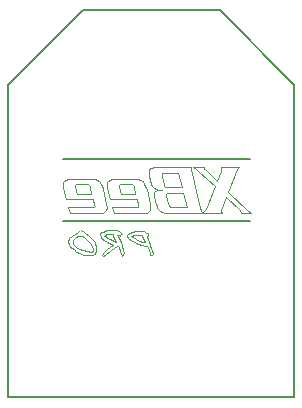
<source format=gbo>
G75*
G70*
%OFA0B0*%
%FSLAX24Y24*%
%IPPOS*%
%LPD*%
%AMOC8*
5,1,8,0,0,1.08239X$1,22.5*
%
%ADD10C,0.0080*%
%ADD11C,0.0060*%
%ADD12C,0.0040*%
D10*
X007570Y006687D02*
X017097Y006687D01*
X017097Y017083D01*
X014607Y019573D01*
X010060Y019573D01*
X007570Y017083D01*
X007570Y006687D01*
D11*
X009406Y012541D02*
X015634Y012541D01*
X015634Y014629D02*
X009406Y014629D01*
D12*
X009548Y013955D02*
X009488Y013933D01*
X009417Y013878D01*
X009395Y013856D01*
X009395Y013664D01*
X009488Y013286D01*
X010387Y013286D01*
X010431Y013100D01*
X010442Y013067D01*
X010437Y013029D01*
X010415Y013012D01*
X009625Y013012D01*
X009554Y013023D01*
X009631Y012837D01*
X010716Y012837D01*
X010760Y012848D01*
X010804Y012880D01*
X010831Y012919D01*
X010848Y012979D01*
X010848Y013034D01*
X010837Y013122D01*
X010727Y013610D01*
X010711Y013670D01*
X010645Y013801D01*
X010595Y013873D01*
X010508Y013928D01*
X010442Y013950D01*
X010409Y013955D01*
X009548Y013955D01*
X009801Y013763D02*
X009801Y013692D01*
X009861Y013456D01*
X010332Y013456D01*
X010338Y013462D01*
X010299Y013686D01*
X010283Y013730D01*
X010261Y013769D01*
X010228Y013785D01*
X009839Y013785D01*
X009817Y013780D01*
X009801Y013763D01*
X010853Y013856D02*
X010853Y013664D01*
X010946Y013286D01*
X011845Y013286D01*
X011889Y013100D01*
X011900Y013067D01*
X011895Y013029D01*
X011873Y013012D01*
X011083Y013012D01*
X011012Y013023D01*
X011089Y012837D01*
X012174Y012837D01*
X012218Y012848D01*
X012262Y012880D01*
X012290Y012919D01*
X012306Y012979D01*
X012306Y013034D01*
X012295Y013122D01*
X012185Y013610D01*
X012169Y013670D01*
X012103Y013801D01*
X012054Y013873D01*
X011966Y013928D01*
X011900Y013950D01*
X011867Y013955D01*
X011007Y013955D01*
X010946Y013933D01*
X010875Y013878D01*
X010853Y013856D01*
X011259Y013763D02*
X011259Y013692D01*
X011319Y013456D01*
X011791Y013456D01*
X011796Y013462D01*
X011758Y013686D01*
X011741Y013730D01*
X011719Y013769D01*
X011686Y013785D01*
X011297Y013785D01*
X011275Y013780D01*
X011259Y013763D01*
X012246Y014103D02*
X012262Y014059D01*
X012328Y013785D01*
X012350Y013730D01*
X012432Y013648D01*
X012498Y013621D01*
X012586Y013599D01*
X012695Y013599D01*
X012536Y013577D01*
X012421Y013522D01*
X012416Y013511D01*
X012416Y013363D01*
X012476Y013122D01*
X012514Y013061D01*
X012525Y012996D01*
X012607Y012902D01*
X012673Y012870D01*
X012777Y012837D01*
X014680Y012837D01*
X014647Y012897D01*
X014647Y012935D01*
X014822Y013368D01*
X015277Y012924D01*
X015327Y012837D01*
X015650Y012837D01*
X015513Y012935D01*
X014877Y013533D01*
X015190Y014295D01*
X015250Y014355D01*
X014647Y014355D01*
X014647Y014322D01*
X014663Y014289D01*
X014647Y014262D01*
X014647Y014235D01*
X014510Y013889D01*
X014121Y014273D01*
X014099Y014300D01*
X014082Y014333D01*
X014077Y014355D01*
X013731Y014355D01*
X013803Y014306D01*
X013857Y014268D01*
X013934Y014202D01*
X014450Y013719D01*
X014143Y012963D01*
X014055Y012842D01*
X014038Y012842D01*
X014005Y012875D01*
X013962Y013007D01*
X013896Y013253D01*
X013819Y013566D01*
X013677Y014147D01*
X013655Y014246D01*
X013655Y014355D01*
X012410Y014355D01*
X012344Y014339D01*
X012300Y014311D01*
X012268Y014251D01*
X012246Y014196D01*
X012246Y014103D01*
X012679Y014054D02*
X012755Y013763D01*
X012772Y013725D01*
X012805Y013703D01*
X013353Y013703D01*
X013238Y014169D01*
X012734Y014169D01*
X012684Y014141D01*
X012679Y014054D01*
X012893Y013505D02*
X012849Y013489D01*
X012821Y013451D01*
X012821Y013434D01*
X012904Y013111D01*
X012925Y013078D01*
X012964Y013034D01*
X012986Y013023D01*
X013518Y013023D01*
X013391Y013505D01*
X012893Y013505D01*
X012218Y012157D02*
X012169Y012157D01*
X012125Y012190D01*
X012081Y012234D01*
X012032Y012206D01*
X011834Y012206D01*
X011675Y012190D01*
X011566Y012124D01*
X011538Y012075D01*
X011538Y012053D01*
X011560Y012003D01*
X011593Y011965D01*
X011659Y011921D01*
X011900Y011800D01*
X012026Y011751D01*
X012125Y011729D01*
X012158Y011724D01*
X012196Y011724D01*
X012213Y011674D01*
X012246Y011576D01*
X012273Y011488D01*
X012295Y011450D01*
X012306Y011428D01*
X012328Y011417D01*
X012355Y011433D01*
X012377Y011466D01*
X012377Y011504D01*
X012366Y011548D01*
X012317Y011652D01*
X012284Y011729D01*
X012273Y011800D01*
X012257Y011866D01*
X012229Y011954D01*
X012202Y012020D01*
X012174Y012064D01*
X012218Y012064D01*
X012218Y012157D01*
X012037Y012069D02*
X012026Y012097D01*
X011747Y012097D01*
X011681Y012069D01*
X011665Y012058D01*
X011670Y012042D01*
X011697Y012020D01*
X011785Y011976D01*
X011856Y011927D01*
X011955Y011899D01*
X012026Y011872D01*
X012070Y011866D01*
X012136Y011866D01*
X012037Y012069D01*
X011341Y012129D02*
X011336Y012162D01*
X011303Y012195D01*
X011242Y012217D01*
X011171Y012245D01*
X010853Y012245D01*
X010787Y012228D01*
X010711Y012201D01*
X010667Y012173D01*
X010628Y012129D01*
X010617Y012102D01*
X010645Y012053D01*
X010645Y012009D01*
X010689Y011965D01*
X010749Y011927D01*
X010870Y011872D01*
X010985Y011800D01*
X011040Y011768D01*
X010957Y011685D01*
X010853Y011614D01*
X010776Y011554D01*
X010733Y011499D01*
X010711Y011444D01*
X010705Y011411D01*
X010722Y011378D01*
X010738Y011373D01*
X010782Y011406D01*
X010996Y011576D01*
X011199Y011713D01*
X011237Y011713D01*
X011248Y011674D01*
X011286Y011565D01*
X011319Y011466D01*
X011341Y011411D01*
X011341Y011378D01*
X011401Y011433D01*
X011407Y011515D01*
X011396Y011570D01*
X011347Y011746D01*
X011319Y011844D01*
X011259Y011981D01*
X011220Y012053D01*
X011204Y012091D01*
X011242Y012097D01*
X011286Y012064D01*
X011286Y012069D01*
X011303Y012091D01*
X011330Y012107D01*
X011341Y012129D01*
X011050Y012113D02*
X011056Y012058D01*
X011160Y011872D01*
X011094Y011905D01*
X011012Y011921D01*
X010941Y011959D01*
X010864Y012003D01*
X010809Y012058D01*
X010771Y012069D01*
X010787Y012102D01*
X010853Y012113D01*
X011050Y012113D01*
X010447Y011861D02*
X010299Y012009D01*
X010091Y012184D01*
X009976Y012245D01*
X009970Y012245D02*
X009916Y012223D01*
X009877Y012179D01*
X009872Y012151D01*
X009795Y012129D01*
X009685Y012053D01*
X009592Y011976D01*
X009565Y011872D01*
X009576Y011800D01*
X009636Y011691D01*
X009740Y011609D01*
X009817Y011532D01*
X009960Y011499D01*
X010064Y011433D01*
X010223Y011411D01*
X010349Y011411D01*
X010442Y011472D01*
X010497Y011576D01*
X010491Y011685D01*
X010464Y011817D01*
X010447Y011861D01*
X010327Y011779D02*
X010234Y011905D01*
X010091Y012014D01*
X010031Y012058D01*
X009894Y012058D01*
X009828Y012036D01*
X009707Y011910D01*
X009707Y011779D01*
X009817Y011702D01*
X009932Y011636D01*
X010069Y011592D01*
X010201Y011543D01*
X010332Y011537D01*
X010382Y011565D01*
X010376Y011620D01*
X010327Y011779D01*
M02*

</source>
